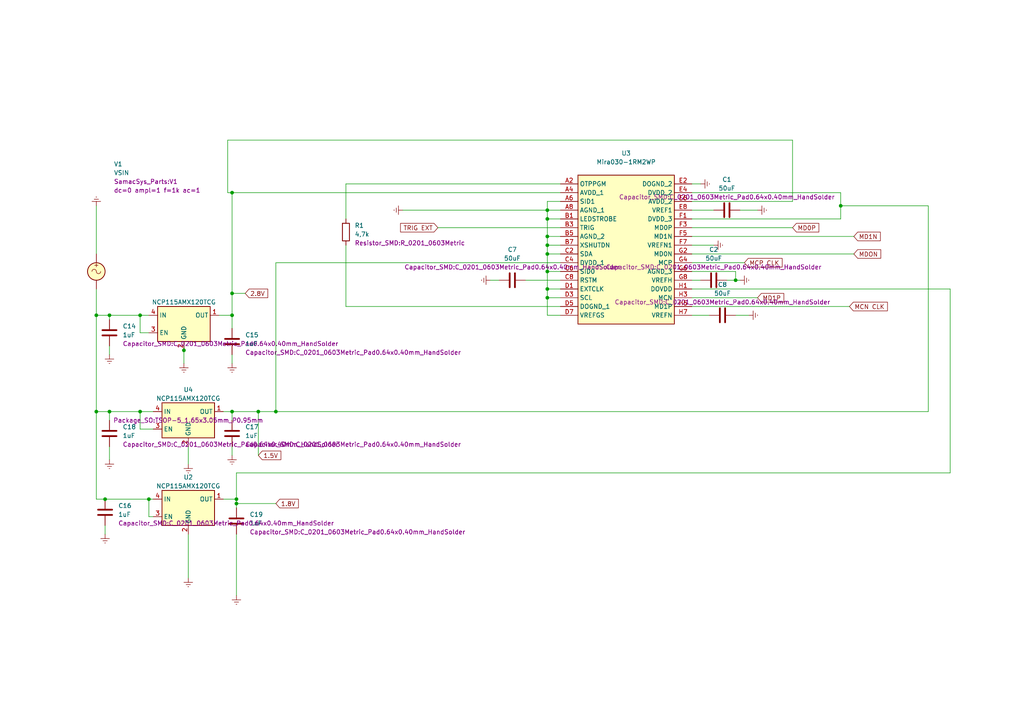
<source format=kicad_sch>
(kicad_sch (version 20230121) (generator eeschema)

  (uuid 195032ac-4a2a-4e7c-9711-0d0987f0dae3)

  (paper "A4")

  (lib_symbols
    (symbol "Device:C" (pin_numbers hide) (pin_names (offset 0.254)) (in_bom yes) (on_board yes)
      (property "Reference" "C" (at 0.635 2.54 0)
        (effects (font (size 1.27 1.27)) (justify left))
      )
      (property "Value" "C" (at 0.635 -2.54 0)
        (effects (font (size 1.27 1.27)) (justify left))
      )
      (property "Footprint" "" (at 0.9652 -3.81 0)
        (effects (font (size 1.27 1.27)) hide)
      )
      (property "Datasheet" "~" (at 0 0 0)
        (effects (font (size 1.27 1.27)) hide)
      )
      (property "ki_keywords" "cap capacitor" (at 0 0 0)
        (effects (font (size 1.27 1.27)) hide)
      )
      (property "ki_description" "Unpolarized capacitor" (at 0 0 0)
        (effects (font (size 1.27 1.27)) hide)
      )
      (property "ki_fp_filters" "C_*" (at 0 0 0)
        (effects (font (size 1.27 1.27)) hide)
      )
      (symbol "C_0_1"
        (polyline
          (pts
            (xy -2.032 -0.762)
            (xy 2.032 -0.762)
          )
          (stroke (width 0.508) (type default))
          (fill (type none))
        )
        (polyline
          (pts
            (xy -2.032 0.762)
            (xy 2.032 0.762)
          )
          (stroke (width 0.508) (type default))
          (fill (type none))
        )
      )
      (symbol "C_1_1"
        (pin passive line (at 0 3.81 270) (length 2.794)
          (name "~" (effects (font (size 1.27 1.27))))
          (number "1" (effects (font (size 1.27 1.27))))
        )
        (pin passive line (at 0 -3.81 90) (length 2.794)
          (name "~" (effects (font (size 1.27 1.27))))
          (number "2" (effects (font (size 1.27 1.27))))
        )
      )
    )
    (symbol "Device:R" (pin_numbers hide) (pin_names (offset 0)) (in_bom yes) (on_board yes)
      (property "Reference" "R" (at 2.032 0 90)
        (effects (font (size 1.27 1.27)))
      )
      (property "Value" "R" (at 0 0 90)
        (effects (font (size 1.27 1.27)))
      )
      (property "Footprint" "" (at -1.778 0 90)
        (effects (font (size 1.27 1.27)) hide)
      )
      (property "Datasheet" "~" (at 0 0 0)
        (effects (font (size 1.27 1.27)) hide)
      )
      (property "ki_keywords" "R res resistor" (at 0 0 0)
        (effects (font (size 1.27 1.27)) hide)
      )
      (property "ki_description" "Resistor" (at 0 0 0)
        (effects (font (size 1.27 1.27)) hide)
      )
      (property "ki_fp_filters" "R_*" (at 0 0 0)
        (effects (font (size 1.27 1.27)) hide)
      )
      (symbol "R_0_1"
        (rectangle (start -1.016 -2.54) (end 1.016 2.54)
          (stroke (width 0.254) (type default))
          (fill (type none))
        )
      )
      (symbol "R_1_1"
        (pin passive line (at 0 3.81 270) (length 1.27)
          (name "~" (effects (font (size 1.27 1.27))))
          (number "1" (effects (font (size 1.27 1.27))))
        )
        (pin passive line (at 0 -3.81 90) (length 1.27)
          (name "~" (effects (font (size 1.27 1.27))))
          (number "2" (effects (font (size 1.27 1.27))))
        )
      )
    )
    (symbol "Regulator_Linear:NCP115AMX120TCG" (in_bom yes) (on_board yes)
      (property "Reference" "U" (at 2.54 10.16 0)
        (effects (font (size 1.27 1.27)))
      )
      (property "Value" "NCP115AMX120TCG" (at 10.16 7.62 0)
        (effects (font (size 1.27 1.27)))
      )
      (property "Footprint" "Package_DFN_QFN:OnSemi_XDFN4-1EP_1.0x1.0mm_EP0.52x0.52mm" (at 0 0 0)
        (effects (font (size 1.27 1.27)) hide)
      )
      (property "Datasheet" "https://www.onsemi.com/pub/Collateral/NCP115-D.PDF" (at 0 0 0)
        (effects (font (size 1.27 1.27)) hide)
      )
      (property "ki_keywords" "Single Output LDO" (at 0 0 0)
        (effects (font (size 1.27 1.27)) hide)
      )
      (property "ki_description" "300mA Low-Dropout Linear Regulators, 1.2V output voltage, LDO with low noise and enable pin, XDFN-4" (at 0 0 0)
        (effects (font (size 1.27 1.27)) hide)
      )
      (property "ki_fp_filters" "OnSemi*XDFN4*1EP*1.0x1.0mm*" (at 0 0 0)
        (effects (font (size 1.27 1.27)) hide)
      )
      (symbol "NCP115AMX120TCG_0_1"
        (rectangle (start -7.62 5.08) (end 7.62 -5.08)
          (stroke (width 0.254) (type default))
          (fill (type background))
        )
      )
      (symbol "NCP115AMX120TCG_1_1"
        (pin power_out line (at 10.16 2.54 180) (length 2.54)
          (name "OUT" (effects (font (size 1.27 1.27))))
          (number "1" (effects (font (size 1.27 1.27))))
        )
        (pin power_in line (at 0 -7.62 90) (length 2.54)
          (name "GND" (effects (font (size 1.27 1.27))))
          (number "2" (effects (font (size 1.27 1.27))))
        )
        (pin input line (at -10.16 -2.54 0) (length 2.54)
          (name "EN" (effects (font (size 1.27 1.27))))
          (number "3" (effects (font (size 1.27 1.27))))
        )
        (pin power_in line (at -10.16 2.54 0) (length 2.54)
          (name "IN" (effects (font (size 1.27 1.27))))
          (number "4" (effects (font (size 1.27 1.27))))
        )
        (pin passive line (at 0 -7.62 90) (length 2.54) hide
          (name "GND" (effects (font (size 1.27 1.27))))
          (number "5" (effects (font (size 1.27 1.27))))
        )
      )
    )
    (symbol "SamacSys_Parts:Mira030-1RM2WP" (in_bom yes) (on_board yes)
      (property "Reference" "U" (at 34.29 7.62 0)
        (effects (font (size 1.27 1.27)) (justify left top))
      )
      (property "Value" "Mira030-1RM2WP" (at 34.29 5.08 0)
        (effects (font (size 1.27 1.27)) (justify left top))
      )
      (property "Footprint" "Mira0301RM2WP" (at 34.29 -94.92 0)
        (effects (font (size 1.27 1.27)) (justify left top) hide)
      )
      (property "Datasheet" "https://ams.com/documents/20143/5388553/Mira030_DS001021_2-00.pdf" (at 34.29 -194.92 0)
        (effects (font (size 1.27 1.27)) (justify left top) hide)
      )
      (property "Height" "0.82" (at 34.29 -394.92 0)
        (effects (font (size 1.27 1.27)) (justify left top) hide)
      )
      (property "Manufacturer_Name" "OSRAM" (at 34.29 -494.92 0)
        (effects (font (size 1.27 1.27)) (justify left top) hide)
      )
      (property "Manufacturer_Part_Number" "Mira030-1RM2WP" (at 34.29 -594.92 0)
        (effects (font (size 1.27 1.27)) (justify left top) hide)
      )
      (property "Mouser Part Number" "985-MIRA030-1RM2WP" (at 34.29 -694.92 0)
        (effects (font (size 1.27 1.27)) (justify left top) hide)
      )
      (property "Mouser Price/Stock" "https://www.mouser.co.uk/ProductDetail/ams-OSRAM/Mira030-1RM2WP?qs=QNEnbhJQKvZ1K%2FLx%252B5dd4w%3D%3D" (at 34.29 -794.92 0)
        (effects (font (size 1.27 1.27)) (justify left top) hide)
      )
      (property "Arrow Part Number" "" (at 34.29 -894.92 0)
        (effects (font (size 1.27 1.27)) (justify left top) hide)
      )
      (property "Arrow Price/Stock" "" (at 34.29 -994.92 0)
        (effects (font (size 1.27 1.27)) (justify left top) hide)
      )
      (property "ki_description" "CMOS Image Sensor 640H x 480V 3.744m x 3.744m 32-CSP (3.70x3.07)" (at 0 0 0)
        (effects (font (size 1.27 1.27)) hide)
      )
      (symbol "Mira030-1RM2WP_1_1"
        (rectangle (start 5.08 2.54) (end 33.02 -40.64)
          (stroke (width 0.254) (type default))
          (fill (type background))
        )
        (pin passive line (at 0 0 0) (length 5.08)
          (name "OTPPGM" (effects (font (size 1.27 1.27))))
          (number "A2" (effects (font (size 1.27 1.27))))
        )
        (pin passive line (at 0 -2.54 0) (length 5.08)
          (name "AVDD_1" (effects (font (size 1.27 1.27))))
          (number "A4" (effects (font (size 1.27 1.27))))
        )
        (pin passive line (at 0 -5.08 0) (length 5.08)
          (name "SID1" (effects (font (size 1.27 1.27))))
          (number "A6" (effects (font (size 1.27 1.27))))
        )
        (pin passive line (at 0 -7.62 0) (length 5.08)
          (name "AGND_1" (effects (font (size 1.27 1.27))))
          (number "A8" (effects (font (size 1.27 1.27))))
        )
        (pin passive line (at 0 -10.16 0) (length 5.08)
          (name "LEDSTROBE" (effects (font (size 1.27 1.27))))
          (number "B1" (effects (font (size 1.27 1.27))))
        )
        (pin passive line (at 0 -12.7 0) (length 5.08)
          (name "TRIG" (effects (font (size 1.27 1.27))))
          (number "B3" (effects (font (size 1.27 1.27))))
        )
        (pin passive line (at 0 -15.24 0) (length 5.08)
          (name "AGND_2" (effects (font (size 1.27 1.27))))
          (number "B5" (effects (font (size 1.27 1.27))))
        )
        (pin passive line (at 0 -17.78 0) (length 5.08)
          (name "XSHUTDN" (effects (font (size 1.27 1.27))))
          (number "B7" (effects (font (size 1.27 1.27))))
        )
        (pin passive line (at 0 -20.32 0) (length 5.08)
          (name "SDA" (effects (font (size 1.27 1.27))))
          (number "C2" (effects (font (size 1.27 1.27))))
        )
        (pin passive line (at 0 -22.86 0) (length 5.08)
          (name "DVDD_1" (effects (font (size 1.27 1.27))))
          (number "C4" (effects (font (size 1.27 1.27))))
        )
        (pin passive line (at 0 -25.4 0) (length 5.08)
          (name "SID0" (effects (font (size 1.27 1.27))))
          (number "C6" (effects (font (size 1.27 1.27))))
        )
        (pin passive line (at 0 -27.94 0) (length 5.08)
          (name "RSTM" (effects (font (size 1.27 1.27))))
          (number "C8" (effects (font (size 1.27 1.27))))
        )
        (pin passive line (at 0 -30.48 0) (length 5.08)
          (name "EXTCLK" (effects (font (size 1.27 1.27))))
          (number "D1" (effects (font (size 1.27 1.27))))
        )
        (pin passive line (at 0 -33.02 0) (length 5.08)
          (name "SCL" (effects (font (size 1.27 1.27))))
          (number "D3" (effects (font (size 1.27 1.27))))
        )
        (pin passive line (at 0 -35.56 0) (length 5.08)
          (name "DOGND_1" (effects (font (size 1.27 1.27))))
          (number "D5" (effects (font (size 1.27 1.27))))
        )
        (pin passive line (at 0 -38.1 0) (length 5.08)
          (name "VREFGS" (effects (font (size 1.27 1.27))))
          (number "D7" (effects (font (size 1.27 1.27))))
        )
        (pin passive line (at 38.1 0 180) (length 5.08)
          (name "DOGND_2" (effects (font (size 1.27 1.27))))
          (number "E2" (effects (font (size 1.27 1.27))))
        )
        (pin passive line (at 38.1 -2.54 180) (length 5.08)
          (name "DVDD_2" (effects (font (size 1.27 1.27))))
          (number "E4" (effects (font (size 1.27 1.27))))
        )
        (pin passive line (at 38.1 -5.08 180) (length 5.08)
          (name "AVDD_2" (effects (font (size 1.27 1.27))))
          (number "E6" (effects (font (size 1.27 1.27))))
        )
        (pin passive line (at 38.1 -7.62 180) (length 5.08)
          (name "VREF1" (effects (font (size 1.27 1.27))))
          (number "E8" (effects (font (size 1.27 1.27))))
        )
        (pin passive line (at 38.1 -10.16 180) (length 5.08)
          (name "DVDD_3" (effects (font (size 1.27 1.27))))
          (number "F1" (effects (font (size 1.27 1.27))))
        )
        (pin passive line (at 38.1 -12.7 180) (length 5.08)
          (name "MD0P" (effects (font (size 1.27 1.27))))
          (number "F3" (effects (font (size 1.27 1.27))))
        )
        (pin passive line (at 38.1 -15.24 180) (length 5.08)
          (name "MD1N" (effects (font (size 1.27 1.27))))
          (number "F5" (effects (font (size 1.27 1.27))))
        )
        (pin passive line (at 38.1 -17.78 180) (length 5.08)
          (name "VREFN1" (effects (font (size 1.27 1.27))))
          (number "F7" (effects (font (size 1.27 1.27))))
        )
        (pin passive line (at 38.1 -20.32 180) (length 5.08)
          (name "MD0N" (effects (font (size 1.27 1.27))))
          (number "G2" (effects (font (size 1.27 1.27))))
        )
        (pin passive line (at 38.1 -22.86 180) (length 5.08)
          (name "MCP" (effects (font (size 1.27 1.27))))
          (number "G4" (effects (font (size 1.27 1.27))))
        )
        (pin passive line (at 38.1 -25.4 180) (length 5.08)
          (name "AGND_3" (effects (font (size 1.27 1.27))))
          (number "G6" (effects (font (size 1.27 1.27))))
        )
        (pin passive line (at 38.1 -27.94 180) (length 5.08)
          (name "VREFH" (effects (font (size 1.27 1.27))))
          (number "G8" (effects (font (size 1.27 1.27))))
        )
        (pin passive line (at 38.1 -30.48 180) (length 5.08)
          (name "DOVDD" (effects (font (size 1.27 1.27))))
          (number "H1" (effects (font (size 1.27 1.27))))
        )
        (pin passive line (at 38.1 -33.02 180) (length 5.08)
          (name "MCN" (effects (font (size 1.27 1.27))))
          (number "H3" (effects (font (size 1.27 1.27))))
        )
        (pin passive line (at 38.1 -35.56 180) (length 5.08)
          (name "MD1P" (effects (font (size 1.27 1.27))))
          (number "H5" (effects (font (size 1.27 1.27))))
        )
        (pin passive line (at 38.1 -38.1 180) (length 5.08)
          (name "VREFN" (effects (font (size 1.27 1.27))))
          (number "H7" (effects (font (size 1.27 1.27))))
        )
      )
    )
    (symbol "Simulation_SPICE:VSIN" (pin_numbers hide) (pin_names (offset 0.0254)) (in_bom yes) (on_board yes)
      (property "Reference" "V" (at 2.54 2.54 0)
        (effects (font (size 1.27 1.27)) (justify left))
      )
      (property "Value" "VSIN" (at 2.54 0 0)
        (effects (font (size 1.27 1.27)) (justify left))
      )
      (property "Footprint" "" (at 0 0 0)
        (effects (font (size 1.27 1.27)) hide)
      )
      (property "Datasheet" "~" (at 0 0 0)
        (effects (font (size 1.27 1.27)) hide)
      )
      (property "Sim.Pins" "1=+ 2=-" (at 0 0 0)
        (effects (font (size 1.27 1.27)) hide)
      )
      (property "Sim.Params" "dc=0 ampl=1 f=1k ac=1" (at 2.54 -2.54 0)
        (effects (font (size 1.27 1.27)) (justify left))
      )
      (property "Sim.Type" "SIN" (at 0 0 0)
        (effects (font (size 1.27 1.27)) hide)
      )
      (property "Sim.Device" "V" (at 0 0 0)
        (effects (font (size 1.27 1.27)) (justify left) hide)
      )
      (property "ki_keywords" "simulation ac vac" (at 0 0 0)
        (effects (font (size 1.27 1.27)) hide)
      )
      (property "ki_description" "Voltage source, sinusoidal" (at 0 0 0)
        (effects (font (size 1.27 1.27)) hide)
      )
      (symbol "VSIN_0_0"
        (arc (start 0 0) (mid -0.635 0.6323) (end -1.27 0)
          (stroke (width 0) (type default))
          (fill (type none))
        )
        (arc (start 0 0) (mid 0.635 -0.6323) (end 1.27 0)
          (stroke (width 0) (type default))
          (fill (type none))
        )
        (text "+" (at 0 1.905 0)
          (effects (font (size 1.27 1.27)))
        )
      )
      (symbol "VSIN_0_1"
        (circle (center 0 0) (radius 2.54)
          (stroke (width 0.254) (type default))
          (fill (type background))
        )
      )
      (symbol "VSIN_1_1"
        (pin passive line (at 0 5.08 270) (length 2.54)
          (name "~" (effects (font (size 1.27 1.27))))
          (number "1" (effects (font (size 1.27 1.27))))
        )
        (pin passive line (at 0 -5.08 90) (length 2.54)
          (name "~" (effects (font (size 1.27 1.27))))
          (number "2" (effects (font (size 1.27 1.27))))
        )
      )
    )
    (symbol "power:Earth" (power) (pin_names (offset 0)) (in_bom yes) (on_board yes)
      (property "Reference" "#PWR" (at 0 -6.35 0)
        (effects (font (size 1.27 1.27)) hide)
      )
      (property "Value" "Earth" (at 0 -3.81 0)
        (effects (font (size 1.27 1.27)) hide)
      )
      (property "Footprint" "" (at 0 0 0)
        (effects (font (size 1.27 1.27)) hide)
      )
      (property "Datasheet" "~" (at 0 0 0)
        (effects (font (size 1.27 1.27)) hide)
      )
      (property "ki_keywords" "global ground gnd" (at 0 0 0)
        (effects (font (size 1.27 1.27)) hide)
      )
      (property "ki_description" "Power symbol creates a global label with name \"Earth\"" (at 0 0 0)
        (effects (font (size 1.27 1.27)) hide)
      )
      (symbol "Earth_0_1"
        (polyline
          (pts
            (xy -0.635 -1.905)
            (xy 0.635 -1.905)
          )
          (stroke (width 0) (type default))
          (fill (type none))
        )
        (polyline
          (pts
            (xy -0.127 -2.54)
            (xy 0.127 -2.54)
          )
          (stroke (width 0) (type default))
          (fill (type none))
        )
        (polyline
          (pts
            (xy 0 -1.27)
            (xy 0 0)
          )
          (stroke (width 0) (type default))
          (fill (type none))
        )
        (polyline
          (pts
            (xy 1.27 -1.27)
            (xy -1.27 -1.27)
          )
          (stroke (width 0) (type default))
          (fill (type none))
        )
      )
      (symbol "Earth_1_1"
        (pin power_in line (at 0 0 270) (length 0) hide
          (name "Earth" (effects (font (size 1.27 1.27))))
          (number "1" (effects (font (size 1.27 1.27))))
        )
      )
    )
  )

  (junction (at 74.93 119.38) (diameter 0) (color 0 0 0 0)
    (uuid 015ff19d-6249-42eb-b257-660a9f25e212)
  )
  (junction (at 27.94 91.44) (diameter 0) (color 0 0 0 0)
    (uuid 0442953b-6e8d-440c-80eb-b9764db56e71)
  )
  (junction (at 68.58 144.78) (diameter 0) (color 0 0 0 0)
    (uuid 0ec22676-0367-4d20-af11-611f5407f1ec)
  )
  (junction (at 158.75 63.5) (diameter 0) (color 0 0 0 0)
    (uuid 0ffde63a-676e-4b74-a346-442dc110839a)
  )
  (junction (at 158.75 68.58) (diameter 0) (color 0 0 0 0)
    (uuid 1b89d258-f5d9-4af0-b332-0f1852e2da15)
  )
  (junction (at 67.31 55.88) (diameter 0) (color 0 0 0 0)
    (uuid 1cc2d008-8b38-4d0c-b1fb-9dedbe258c20)
  )
  (junction (at 158.75 78.74) (diameter 0) (color 0 0 0 0)
    (uuid 1ea0b4a6-e70f-4c3c-8d88-e9b910004df3)
  )
  (junction (at 158.75 73.66) (diameter 0) (color 0 0 0 0)
    (uuid 2f3b6096-ff35-46d5-b7fd-48b97ac50503)
  )
  (junction (at 31.75 91.44) (diameter 0) (color 0 0 0 0)
    (uuid 3db13e74-0100-47f8-b074-04f1cf58b43e)
  )
  (junction (at 158.75 83.82) (diameter 0) (color 0 0 0 0)
    (uuid 4747c27b-64f5-433f-b728-867c51749376)
  )
  (junction (at 68.58 146.05) (diameter 0) (color 0 0 0 0)
    (uuid 4b00b234-f5b4-47e8-98f8-cd9a71710ac7)
  )
  (junction (at 243.84 59.69) (diameter 0) (color 0 0 0 0)
    (uuid 5f73dd4e-9daf-457c-afa9-246a0ed5043b)
  )
  (junction (at 40.64 119.38) (diameter 0) (color 0 0 0 0)
    (uuid 75e92c75-c23e-4e3c-8ff9-45192e2f2ec4)
  )
  (junction (at 53.34 101.6) (diameter 0) (color 0 0 0 0)
    (uuid 77030b28-83ce-4124-b9c6-daa9eeb04031)
  )
  (junction (at 30.48 144.78) (diameter 0) (color 0 0 0 0)
    (uuid 7b3cc7dc-d3aa-4981-b97f-5af6574b24e0)
  )
  (junction (at 67.31 91.44) (diameter 0) (color 0 0 0 0)
    (uuid 7bf5ac35-80e8-4c11-b37c-5ae95f9c7ea0)
  )
  (junction (at 67.31 85.09) (diameter 0) (color 0 0 0 0)
    (uuid 83cc000e-f479-442b-a03b-a0fe88044f16)
  )
  (junction (at 40.64 91.44) (diameter 0) (color 0 0 0 0)
    (uuid 96e39c51-e3b7-439d-bff7-1d973eaa1279)
  )
  (junction (at 158.75 86.36) (diameter 0) (color 0 0 0 0)
    (uuid b5d9908e-20f3-4480-b5d0-eba547d29d48)
  )
  (junction (at 213.36 81.28) (diameter 0) (color 0 0 0 0)
    (uuid c260e5ce-6462-4369-9e57-9988854e9c3f)
  )
  (junction (at 158.75 71.12) (diameter 0) (color 0 0 0 0)
    (uuid cbb09da7-a1d7-4647-9d5f-a30213b86a61)
  )
  (junction (at 67.31 119.38) (diameter 0) (color 0 0 0 0)
    (uuid cc2df82a-3ca8-4f43-aab1-101ab3610a1f)
  )
  (junction (at 31.75 119.38) (diameter 0) (color 0 0 0 0)
    (uuid cd834512-86a2-4d74-a0c0-abbc65ceb0fc)
  )
  (junction (at 158.75 60.96) (diameter 0) (color 0 0 0 0)
    (uuid cfdb6f73-3a69-4fe1-aad4-eb6e318bcc0e)
  )
  (junction (at 43.18 144.78) (diameter 0) (color 0 0 0 0)
    (uuid d40306aa-8630-4ffe-82de-61972ff1ad05)
  )
  (junction (at 80.01 119.38) (diameter 0) (color 0 0 0 0)
    (uuid da65436d-8da4-400a-834b-0781dd397dcc)
  )
  (junction (at 27.94 119.38) (diameter 0) (color 0 0 0 0)
    (uuid f37c0690-6c97-42be-b10d-f4af45c0c993)
  )

  (wire (pts (xy 162.56 91.44) (xy 158.75 91.44))
    (stroke (width 0) (type default))
    (uuid 010c1a75-b305-4724-a5d6-1b9f43e8acf1)
  )
  (wire (pts (xy 74.93 119.38) (xy 67.31 119.38))
    (stroke (width 0) (type default))
    (uuid 02703762-95a0-4fef-bbd2-8469827fec95)
  )
  (wire (pts (xy 162.56 76.2) (xy 80.01 76.2))
    (stroke (width 0) (type default))
    (uuid 038acc68-8cda-4398-a207-9b6447244f6c)
  )
  (wire (pts (xy 27.94 83.82) (xy 27.94 91.44))
    (stroke (width 0) (type default))
    (uuid 04847d9d-5cd6-48c9-964b-33697d888c6b)
  )
  (wire (pts (xy 54.61 154.94) (xy 54.61 167.64))
    (stroke (width 0) (type default))
    (uuid 05301109-4359-4256-8f06-6ebec0b254e3)
  )
  (wire (pts (xy 158.75 73.66) (xy 158.75 71.12))
    (stroke (width 0) (type default))
    (uuid 09752356-8513-44c4-a39c-06d1a17805b8)
  )
  (wire (pts (xy 68.58 144.78) (xy 64.77 144.78))
    (stroke (width 0) (type default))
    (uuid 0a5a6d18-2226-4abe-93bb-6a67dc0fb4c8)
  )
  (wire (pts (xy 80.01 119.38) (xy 269.24 119.38))
    (stroke (width 0) (type default))
    (uuid 0f6f1c5a-9e7b-4238-9131-fd6b8a8ebb5f)
  )
  (wire (pts (xy 213.36 81.28) (xy 214.63 81.28))
    (stroke (width 0) (type default))
    (uuid 10d75f99-3b2a-4d21-83a8-47a0da872025)
  )
  (wire (pts (xy 67.31 105.41) (xy 67.31 102.87))
    (stroke (width 0) (type default))
    (uuid 132768ab-2b5d-429f-bef3-8364396d0faa)
  )
  (wire (pts (xy 116.84 60.96) (xy 158.75 60.96))
    (stroke (width 0) (type default))
    (uuid 1588f364-0685-4ab2-85e4-b961face46ec)
  )
  (wire (pts (xy 200.66 76.2) (xy 215.9 76.2))
    (stroke (width 0) (type default))
    (uuid 1641184f-8d14-420c-8f71-9757e798705c)
  )
  (wire (pts (xy 68.58 146.05) (xy 68.58 147.32))
    (stroke (width 0) (type default))
    (uuid 1e06b125-2a5d-4116-ac49-10adf9686404)
  )
  (wire (pts (xy 200.66 55.88) (xy 243.84 55.88))
    (stroke (width 0) (type default))
    (uuid 1e763bff-e9e5-452f-b4fe-c2a3fa6ceb2a)
  )
  (wire (pts (xy 67.31 91.44) (xy 63.5 91.44))
    (stroke (width 0) (type default))
    (uuid 260afe3f-a998-45a1-bae5-83e1a47f0806)
  )
  (wire (pts (xy 27.94 119.38) (xy 31.75 119.38))
    (stroke (width 0) (type default))
    (uuid 26537602-a7c8-4ecf-b674-97732a5c2f1f)
  )
  (wire (pts (xy 158.75 91.44) (xy 158.75 86.36))
    (stroke (width 0) (type default))
    (uuid 283a1c3b-e437-48aa-a2c8-6f87f3ece67e)
  )
  (wire (pts (xy 80.01 76.2) (xy 80.01 119.38))
    (stroke (width 0) (type default))
    (uuid 2c0eeaf9-5011-4c6f-af32-831ebe176a5e)
  )
  (wire (pts (xy 67.31 55.88) (xy 67.31 85.09))
    (stroke (width 0) (type default))
    (uuid 312dec03-046e-4ba0-bcb8-c739eb8a0155)
  )
  (wire (pts (xy 229.87 58.42) (xy 229.87 40.64))
    (stroke (width 0) (type default))
    (uuid 363dd2a1-5832-4e63-b416-79da5d175b37)
  )
  (wire (pts (xy 67.31 121.92) (xy 67.31 119.38))
    (stroke (width 0) (type default))
    (uuid 36804e48-6f8d-4963-a5af-21af3de812a4)
  )
  (wire (pts (xy 27.94 144.78) (xy 30.48 144.78))
    (stroke (width 0) (type default))
    (uuid 36bc35ef-bd99-46fc-8ed6-684fd9fed6ee)
  )
  (wire (pts (xy 213.36 78.74) (xy 213.36 81.28))
    (stroke (width 0) (type default))
    (uuid 372694d5-2ed7-4049-a029-02326ace87ff)
  )
  (wire (pts (xy 31.75 91.44) (xy 31.75 92.71))
    (stroke (width 0) (type default))
    (uuid 39b83ad9-413a-4889-a37e-5f39c5424528)
  )
  (wire (pts (xy 200.66 73.66) (xy 247.65 73.66))
    (stroke (width 0) (type default))
    (uuid 39beec4a-2467-4590-8c73-d0fba29942e9)
  )
  (wire (pts (xy 200.66 68.58) (xy 247.65 68.58))
    (stroke (width 0) (type default))
    (uuid 3a44ce43-90b7-495b-9e8b-a39db9cba557)
  )
  (wire (pts (xy 200.66 71.12) (xy 207.01 71.12))
    (stroke (width 0) (type default))
    (uuid 3d93a786-990a-4bab-b12c-644b5e6db245)
  )
  (wire (pts (xy 67.31 85.09) (xy 71.12 85.09))
    (stroke (width 0) (type default))
    (uuid 3dd322f6-b9a5-4e38-95fb-6ef454c79670)
  )
  (wire (pts (xy 31.75 119.38) (xy 40.64 119.38))
    (stroke (width 0) (type default))
    (uuid 3f69c57b-502e-418a-9f6c-6f0a3d4e01dd)
  )
  (wire (pts (xy 43.18 96.52) (xy 40.64 96.52))
    (stroke (width 0) (type default))
    (uuid 41ba8e46-099d-4497-babe-f3ff9cff56f1)
  )
  (wire (pts (xy 200.66 88.9) (xy 246.38 88.9))
    (stroke (width 0) (type default))
    (uuid 42c9e2dd-b422-4491-be64-ad24098cadff)
  )
  (wire (pts (xy 162.56 58.42) (xy 158.75 58.42))
    (stroke (width 0) (type default))
    (uuid 46d7b651-de0c-4827-a088-ffb1620a1f82)
  )
  (wire (pts (xy 158.75 63.5) (xy 158.75 60.96))
    (stroke (width 0) (type default))
    (uuid 4da01b9d-862e-484e-96c1-4cf31c14d26c)
  )
  (wire (pts (xy 275.59 83.82) (xy 275.59 137.16))
    (stroke (width 0) (type default))
    (uuid 52a43ba4-e5eb-4e08-bab4-c675982f007c)
  )
  (wire (pts (xy 30.48 144.78) (xy 43.18 144.78))
    (stroke (width 0) (type default))
    (uuid 52b3598c-19ae-49ed-bb18-c5144a271f6c)
  )
  (wire (pts (xy 44.45 124.46) (xy 40.64 124.46))
    (stroke (width 0) (type default))
    (uuid 5398dfc9-3f23-4ff4-bf82-74c88e6c5723)
  )
  (wire (pts (xy 31.75 100.33) (xy 31.75 102.87))
    (stroke (width 0) (type default))
    (uuid 5512bd7e-585a-484a-9497-39a89b4ff76c)
  )
  (wire (pts (xy 158.75 73.66) (xy 162.56 73.66))
    (stroke (width 0) (type default))
    (uuid 55a76e9b-4881-491e-9ae9-ea33d5e05cb2)
  )
  (wire (pts (xy 158.75 78.74) (xy 162.56 78.74))
    (stroke (width 0) (type default))
    (uuid 5791a6fe-9c9b-4420-a24f-a6f729c44c79)
  )
  (wire (pts (xy 54.61 129.54) (xy 54.61 134.62))
    (stroke (width 0) (type default))
    (uuid 5a5cdf1e-2ebe-418c-8b98-5e755607af9f)
  )
  (wire (pts (xy 43.18 144.78) (xy 44.45 144.78))
    (stroke (width 0) (type default))
    (uuid 5a6451d5-04df-47e3-9afe-402cebda22fd)
  )
  (wire (pts (xy 40.64 124.46) (xy 40.64 119.38))
    (stroke (width 0) (type default))
    (uuid 5beab520-87cc-4c05-bfbc-c733c4a8fadb)
  )
  (wire (pts (xy 127 66.04) (xy 162.56 66.04))
    (stroke (width 0) (type default))
    (uuid 6010c5ea-5c4f-48cc-a2b5-4e48f6ef5da8)
  )
  (wire (pts (xy 200.66 86.36) (xy 219.71 86.36))
    (stroke (width 0) (type default))
    (uuid 607c313e-ffc9-40f4-9790-00aadc8c8da6)
  )
  (wire (pts (xy 158.75 63.5) (xy 162.56 63.5))
    (stroke (width 0) (type default))
    (uuid 60cd871f-f10e-41c4-b29f-84b1656e6a53)
  )
  (wire (pts (xy 27.94 119.38) (xy 27.94 144.78))
    (stroke (width 0) (type default))
    (uuid 61a97d61-afc0-4f28-9bd6-944b3d850e40)
  )
  (wire (pts (xy 158.75 71.12) (xy 158.75 68.58))
    (stroke (width 0) (type default))
    (uuid 64e8a57f-a9e3-4d32-b0cf-d4bb1beb62d6)
  )
  (wire (pts (xy 68.58 154.94) (xy 68.58 172.72))
    (stroke (width 0) (type default))
    (uuid 66579f2b-239d-4b2c-ac9e-e56c7b044aa6)
  )
  (wire (pts (xy 275.59 137.16) (xy 68.58 137.16))
    (stroke (width 0) (type default))
    (uuid 683dc993-bfc4-45c0-a503-cef70b0208ba)
  )
  (wire (pts (xy 158.75 86.36) (xy 162.56 86.36))
    (stroke (width 0) (type default))
    (uuid 69759789-b211-433c-9d10-965636e7a5ff)
  )
  (wire (pts (xy 200.66 53.34) (xy 203.2 53.34))
    (stroke (width 0) (type default))
    (uuid 697b2d69-83be-4da4-93df-e6e74b9d7092)
  )
  (wire (pts (xy 67.31 129.54) (xy 67.31 132.08))
    (stroke (width 0) (type default))
    (uuid 6a50bac0-0497-48a1-a944-8fb6ef6d428d)
  )
  (wire (pts (xy 74.93 119.38) (xy 74.93 132.08))
    (stroke (width 0) (type default))
    (uuid 716cdd11-f5dc-400e-99b5-8dedc23c80b4)
  )
  (wire (pts (xy 162.56 53.34) (xy 100.33 53.34))
    (stroke (width 0) (type default))
    (uuid 744f87f0-9010-4947-a21a-361b7f31852a)
  )
  (wire (pts (xy 100.33 53.34) (xy 100.33 63.5))
    (stroke (width 0) (type default))
    (uuid 74a9fed7-920c-4ccd-b98d-17075c50e5b8)
  )
  (wire (pts (xy 68.58 144.78) (xy 68.58 146.05))
    (stroke (width 0) (type default))
    (uuid 75510b1a-bd07-494d-a3ce-dbada479845c)
  )
  (wire (pts (xy 100.33 88.9) (xy 162.56 88.9))
    (stroke (width 0) (type default))
    (uuid 7a1f8b43-570f-4983-8dba-dbeb3d99d02e)
  )
  (wire (pts (xy 158.75 78.74) (xy 158.75 73.66))
    (stroke (width 0) (type default))
    (uuid 8017203f-e60d-4a23-9426-7118c4b7dcd9)
  )
  (wire (pts (xy 158.75 83.82) (xy 162.56 83.82))
    (stroke (width 0) (type default))
    (uuid 803310a1-3bd0-4d43-b19a-c090170ecda6)
  )
  (wire (pts (xy 158.75 68.58) (xy 158.75 63.5))
    (stroke (width 0) (type default))
    (uuid 841426aa-ea69-42d0-83f5-51d69a965550)
  )
  (wire (pts (xy 158.75 58.42) (xy 158.75 60.96))
    (stroke (width 0) (type default))
    (uuid 86c1c9e2-ba60-4cc8-86dc-6249bb26cda2)
  )
  (wire (pts (xy 30.48 152.4) (xy 30.48 154.94))
    (stroke (width 0) (type default))
    (uuid 8797fa45-2450-4929-9114-498f5a2433fc)
  )
  (wire (pts (xy 200.66 78.74) (xy 213.36 78.74))
    (stroke (width 0) (type default))
    (uuid 890ee7a3-61b2-4439-ad73-e0b02c776065)
  )
  (wire (pts (xy 158.75 83.82) (xy 158.75 78.74))
    (stroke (width 0) (type default))
    (uuid 89d61dbc-70fa-4581-9865-c12cd1fdb218)
  )
  (wire (pts (xy 67.31 119.38) (xy 64.77 119.38))
    (stroke (width 0) (type default))
    (uuid 8cf061e5-44f0-47c8-9a4b-7908d4f803ad)
  )
  (wire (pts (xy 200.66 81.28) (xy 203.2 81.28))
    (stroke (width 0) (type default))
    (uuid 9a9712c3-9a35-4c58-b6d4-51c8c0d667be)
  )
  (wire (pts (xy 53.34 100.33) (xy 53.34 101.6))
    (stroke (width 0) (type default))
    (uuid 9c713b3a-a4f6-4869-9a81-dd9d39c9d1a1)
  )
  (wire (pts (xy 31.75 129.54) (xy 31.75 133.35))
    (stroke (width 0) (type default))
    (uuid 9ef84844-6fd3-4dad-8d65-449e0f6b1f45)
  )
  (wire (pts (xy 200.66 58.42) (xy 229.87 58.42))
    (stroke (width 0) (type default))
    (uuid a5f38cc5-868a-405f-99cb-b2d544f38dd4)
  )
  (wire (pts (xy 144.78 81.28) (xy 142.24 81.28))
    (stroke (width 0) (type default))
    (uuid abc16f4f-9e8d-4161-8953-bd151df8f8b4)
  )
  (wire (pts (xy 269.24 59.69) (xy 243.84 59.69))
    (stroke (width 0) (type default))
    (uuid ac588389-03e5-4e6a-9637-fa49a45e74d3)
  )
  (wire (pts (xy 100.33 71.12) (xy 100.33 88.9))
    (stroke (width 0) (type default))
    (uuid b2ad3091-ee37-4d20-9ffa-526f3f370e9e)
  )
  (wire (pts (xy 66.04 40.64) (xy 66.04 55.88))
    (stroke (width 0) (type default))
    (uuid b4ba8615-0290-43a4-ad2a-aa41d4a0927a)
  )
  (wire (pts (xy 67.31 55.88) (xy 66.04 55.88))
    (stroke (width 0) (type default))
    (uuid b4d71b89-0014-4047-b999-110c3e064e04)
  )
  (wire (pts (xy 27.94 91.44) (xy 31.75 91.44))
    (stroke (width 0) (type default))
    (uuid b563aa74-3cb4-437f-912e-8a1107882e3e)
  )
  (wire (pts (xy 158.75 86.36) (xy 158.75 83.82))
    (stroke (width 0) (type default))
    (uuid b66bcd51-f947-4afa-a7ef-3d98aec79131)
  )
  (wire (pts (xy 27.94 59.69) (xy 27.94 73.66))
    (stroke (width 0) (type default))
    (uuid b7d8f289-f6eb-4c72-93ce-5137214e3dd7)
  )
  (wire (pts (xy 229.87 40.64) (xy 66.04 40.64))
    (stroke (width 0) (type default))
    (uuid c0aa4a94-924e-42ad-95aa-6c810295bcaa)
  )
  (wire (pts (xy 53.34 101.6) (xy 53.34 105.41))
    (stroke (width 0) (type default))
    (uuid c0afc97d-0397-48ec-9496-b9e51905617a)
  )
  (wire (pts (xy 200.66 91.44) (xy 205.74 91.44))
    (stroke (width 0) (type default))
    (uuid c1ca7af4-cfe0-4c6d-af1c-7497b8167215)
  )
  (wire (pts (xy 210.82 81.28) (xy 213.36 81.28))
    (stroke (width 0) (type default))
    (uuid c2553e2f-7346-44b3-917c-4d430f88ba57)
  )
  (wire (pts (xy 80.01 119.38) (xy 74.93 119.38))
    (stroke (width 0) (type default))
    (uuid c6002bc1-1a7b-4b06-a9f9-38d3c37b3062)
  )
  (wire (pts (xy 80.01 146.05) (xy 68.58 146.05))
    (stroke (width 0) (type default))
    (uuid c9a5d028-2684-47bc-bfac-217adba9d91f)
  )
  (wire (pts (xy 31.75 91.44) (xy 40.64 91.44))
    (stroke (width 0) (type default))
    (uuid cab8758f-c4e2-4a60-898c-2be3f95a721e)
  )
  (wire (pts (xy 40.64 96.52) (xy 40.64 91.44))
    (stroke (width 0) (type default))
    (uuid cb735685-7960-4949-b81d-8897a4db4233)
  )
  (wire (pts (xy 40.64 119.38) (xy 44.45 119.38))
    (stroke (width 0) (type default))
    (uuid cba15881-17cb-4620-a704-3f15ea819b0d)
  )
  (wire (pts (xy 27.94 91.44) (xy 27.94 119.38))
    (stroke (width 0) (type default))
    (uuid cc9ba45d-32bd-49fd-a097-5a9690d4f703)
  )
  (wire (pts (xy 243.84 55.88) (xy 243.84 59.69))
    (stroke (width 0) (type default))
    (uuid ce5ec424-f12e-46aa-b131-5f7e815ea249)
  )
  (wire (pts (xy 269.24 119.38) (xy 269.24 59.69))
    (stroke (width 0) (type default))
    (uuid ce6fc88d-5925-4353-bcca-100ac8ca1657)
  )
  (wire (pts (xy 44.45 149.86) (xy 43.18 149.86))
    (stroke (width 0) (type default))
    (uuid d0e227a3-a5d1-4212-868d-a1aac17c8347)
  )
  (wire (pts (xy 40.64 91.44) (xy 43.18 91.44))
    (stroke (width 0) (type default))
    (uuid d5a88688-3d95-4efa-9ade-cec8738e5f3c)
  )
  (wire (pts (xy 31.75 119.38) (xy 31.75 121.92))
    (stroke (width 0) (type default))
    (uuid db946c1e-d968-4c61-8e2a-3eaf8d8e85c2)
  )
  (wire (pts (xy 214.63 60.96) (xy 219.71 60.96))
    (stroke (width 0) (type default))
    (uuid dc0da637-f1b9-49f2-afcb-004771a7edd1)
  )
  (wire (pts (xy 162.56 55.88) (xy 67.31 55.88))
    (stroke (width 0) (type default))
    (uuid dc1be9cc-3351-47c9-9869-c4984150d393)
  )
  (wire (pts (xy 68.58 137.16) (xy 68.58 144.78))
    (stroke (width 0) (type default))
    (uuid e4780212-3443-44d1-af81-bd5e97a42c1a)
  )
  (wire (pts (xy 200.66 60.96) (xy 207.01 60.96))
    (stroke (width 0) (type default))
    (uuid e55b49e7-d2f9-44c3-a9be-d5961704f83b)
  )
  (wire (pts (xy 67.31 85.09) (xy 67.31 91.44))
    (stroke (width 0) (type default))
    (uuid e7b8566f-62fb-4485-bca1-1786cf831632)
  )
  (wire (pts (xy 158.75 60.96) (xy 162.56 60.96))
    (stroke (width 0) (type default))
    (uuid e8f194e8-2fc4-49cd-b2d3-57a466cc0b2f)
  )
  (wire (pts (xy 200.66 63.5) (xy 243.84 63.5))
    (stroke (width 0) (type default))
    (uuid e9b60e39-936e-42d4-b979-cfcff7f3ae6f)
  )
  (wire (pts (xy 200.66 66.04) (xy 229.87 66.04))
    (stroke (width 0) (type default))
    (uuid eab8e97f-42e8-420f-9228-e9ef89e204c6)
  )
  (wire (pts (xy 243.84 59.69) (xy 243.84 63.5))
    (stroke (width 0) (type default))
    (uuid ef593870-65be-4134-b867-af05a857c7f0)
  )
  (wire (pts (xy 43.18 149.86) (xy 43.18 144.78))
    (stroke (width 0) (type default))
    (uuid f072c26f-781a-4b4c-954e-ad8c9187c327)
  )
  (wire (pts (xy 158.75 71.12) (xy 162.56 71.12))
    (stroke (width 0) (type default))
    (uuid f2332998-c5b4-41a5-b962-905d85708e1d)
  )
  (wire (pts (xy 162.56 68.58) (xy 158.75 68.58))
    (stroke (width 0) (type default))
    (uuid f24d5a6b-fb40-4c58-99d1-5745bdccd046)
  )
  (wire (pts (xy 200.66 83.82) (xy 275.59 83.82))
    (stroke (width 0) (type default))
    (uuid f392069a-7afd-4ade-b4c5-dfa7c725fc2a)
  )
  (wire (pts (xy 152.4 81.28) (xy 162.56 81.28))
    (stroke (width 0) (type default))
    (uuid f5363640-619e-4907-a592-b5c607e39ad0)
  )
  (wire (pts (xy 213.36 91.44) (xy 217.17 91.44))
    (stroke (width 0) (type default))
    (uuid f6714353-812b-4d92-afc4-789fa5e28b9d)
  )
  (wire (pts (xy 67.31 91.44) (xy 67.31 95.25))
    (stroke (width 0) (type default))
    (uuid f720b0e4-da27-4941-91a5-2651427e4a2e)
  )

  (global_label "2.8V" (shape input) (at 71.12 85.09 0) (fields_autoplaced)
    (effects (font (size 1.27 1.27)) (justify left))
    (uuid 1f0ee70e-3097-4a85-9238-e6eaede1294b)
    (property "Intersheetrefs" "${INTERSHEET_REFS}" (at 78.1382 85.09 0)
      (effects (font (size 1.27 1.27)) (justify left) hide)
    )
  )
  (global_label "1.8V" (shape input) (at 80.01 146.05 0) (fields_autoplaced)
    (effects (font (size 1.27 1.27)) (justify left))
    (uuid 65b5a39b-9df3-4ca2-999a-8a160a1ead60)
    (property "Intersheetrefs" "${INTERSHEET_REFS}" (at 87.0282 146.05 0)
      (effects (font (size 1.27 1.27)) (justify left) hide)
    )
  )
  (global_label "MDON" (shape input) (at 247.65 73.66 0) (fields_autoplaced)
    (effects (font (size 1.27 1.27)) (justify left))
    (uuid 6fa25722-38d5-4322-87e2-9917ef47a486)
    (property "Intersheetrefs" "${INTERSHEET_REFS}" (at 255.9382 73.66 0)
      (effects (font (size 1.27 1.27)) (justify left) hide)
    )
  )
  (global_label "MD1N" (shape input) (at 247.65 68.58 0) (fields_autoplaced)
    (effects (font (size 1.27 1.27)) (justify left))
    (uuid 7581c03f-94fc-4251-9fe4-db67bdcf0174)
    (property "Intersheetrefs" "${INTERSHEET_REFS}" (at 255.8172 68.58 0)
      (effects (font (size 1.27 1.27)) (justify left) hide)
    )
  )
  (global_label "TRIG EXT" (shape input) (at 127 66.04 180) (fields_autoplaced)
    (effects (font (size 1.27 1.27)) (justify right))
    (uuid b5639c6b-2164-44b3-8624-b81675e9dbd6)
    (property "Intersheetrefs" "${INTERSHEET_REFS}" (at 115.8937 66.04 0)
      (effects (font (size 1.27 1.27)) (justify right) hide)
    )
  )
  (global_label "MCN CLK" (shape input) (at 246.38 88.9 0) (fields_autoplaced)
    (effects (font (size 1.27 1.27)) (justify left))
    (uuid c6a5cd88-2b2a-492b-90f4-a223ce295dec)
    (property "Intersheetrefs" "${INTERSHEET_REFS}" (at 257.6678 88.9 0)
      (effects (font (size 1.27 1.27)) (justify left) hide)
    )
  )
  (global_label "MCP CLK" (shape input) (at 215.9 76.2 0) (fields_autoplaced)
    (effects (font (size 1.27 1.27)) (justify left))
    (uuid d5570eb7-785f-4785-908f-1b6b2688f575)
    (property "Intersheetrefs" "${INTERSHEET_REFS}" (at 227.1273 76.2 0)
      (effects (font (size 1.27 1.27)) (justify left) hide)
    )
  )
  (global_label "MD1P" (shape input) (at 219.71 86.36 0) (fields_autoplaced)
    (effects (font (size 1.27 1.27)) (justify left))
    (uuid d5581415-05cd-4877-abfb-d41b17680fc6)
    (property "Intersheetrefs" "${INTERSHEET_REFS}" (at 227.8167 86.36 0)
      (effects (font (size 1.27 1.27)) (justify left) hide)
    )
  )
  (global_label "1.5V" (shape input) (at 74.93 132.08 0) (fields_autoplaced)
    (effects (font (size 1.27 1.27)) (justify left))
    (uuid ec20eec1-a640-47e0-8abb-1481564caea7)
    (property "Intersheetrefs" "${INTERSHEET_REFS}" (at 81.9482 132.08 0)
      (effects (font (size 1.27 1.27)) (justify left) hide)
    )
  )
  (global_label "MD0P" (shape input) (at 229.87 66.04 0) (fields_autoplaced)
    (effects (font (size 1.27 1.27)) (justify left))
    (uuid fa413e91-5862-4330-8e5d-60e2c37cf257)
    (property "Intersheetrefs" "${INTERSHEET_REFS}" (at 237.9767 66.04 0)
      (effects (font (size 1.27 1.27)) (justify left) hide)
    )
  )

  (symbol (lib_id "Device:R") (at 100.33 67.31 0) (unit 1)
    (in_bom yes) (on_board yes) (dnp no) (fields_autoplaced)
    (uuid 0b433c2f-6317-45b8-ad4a-e1c3c55d3cf8)
    (property "Reference" "R1" (at 102.87 65.405 0)
      (effects (font (size 1.27 1.27)) (justify left))
    )
    (property "Value" "4,7k" (at 102.87 67.945 0)
      (effects (font (size 1.27 1.27)) (justify left))
    )
    (property "Footprint" "Resistor_SMD:R_0201_0603Metric" (at 102.87 70.485 0)
      (effects (font (size 1.27 1.27)) (justify left))
    )
    (property "Datasheet" "~" (at 100.33 67.31 0)
      (effects (font (size 1.27 1.27)) hide)
    )
    (pin "1" (uuid 54ee0ed5-0c42-4752-beae-c36d2b1a6bf6))
    (pin "2" (uuid 335a228d-fa5b-4f44-b838-83664aeaa441))
    (instances
      (project "PROJETFA"
        (path "/195032ac-4a2a-4e7c-9711-0d0987f0dae3"
          (reference "R1") (unit 1)
        )
      )
    )
  )

  (symbol (lib_id "power:Earth") (at 214.63 81.28 90) (unit 1)
    (in_bom yes) (on_board yes) (dnp no) (fields_autoplaced)
    (uuid 12d4d965-9167-4bac-93da-8a6ee51fadfd)
    (property "Reference" "#PWR03" (at 220.98 81.28 0)
      (effects (font (size 1.27 1.27)) hide)
    )
    (property "Value" "Earth" (at 218.44 81.28 0)
      (effects (font (size 1.27 1.27)) hide)
    )
    (property "Footprint" "" (at 214.63 81.28 0)
      (effects (font (size 1.27 1.27)) hide)
    )
    (property "Datasheet" "~" (at 214.63 81.28 0)
      (effects (font (size 1.27 1.27)) hide)
    )
    (pin "1" (uuid f1184a75-53b2-4361-86cb-43b798f94e77))
    (instances
      (project "PROJETFA"
        (path "/195032ac-4a2a-4e7c-9711-0d0987f0dae3"
          (reference "#PWR03") (unit 1)
        )
      )
    )
  )

  (symbol (lib_id "power:Earth") (at 31.75 133.35 0) (unit 1)
    (in_bom yes) (on_board yes) (dnp no) (fields_autoplaced)
    (uuid 194274fe-6b2c-468a-b64c-950138b12282)
    (property "Reference" "#PWR018" (at 31.75 139.7 0)
      (effects (font (size 1.27 1.27)) hide)
    )
    (property "Value" "Earth" (at 31.75 137.16 0)
      (effects (font (size 1.27 1.27)) hide)
    )
    (property "Footprint" "" (at 31.75 133.35 0)
      (effects (font (size 1.27 1.27)) hide)
    )
    (property "Datasheet" "~" (at 31.75 133.35 0)
      (effects (font (size 1.27 1.27)) hide)
    )
    (pin "1" (uuid 7133df69-25b6-42c6-a3b2-77f4b8c43076))
    (instances
      (project "PROJETFA"
        (path "/195032ac-4a2a-4e7c-9711-0d0987f0dae3"
          (reference "#PWR018") (unit 1)
        )
      )
    )
  )

  (symbol (lib_id "power:Earth") (at 54.61 134.62 0) (unit 1)
    (in_bom yes) (on_board yes) (dnp no) (fields_autoplaced)
    (uuid 1f66dbd8-8720-4300-bee9-924fd4886101)
    (property "Reference" "#PWR09" (at 54.61 140.97 0)
      (effects (font (size 1.27 1.27)) hide)
    )
    (property "Value" "Earth" (at 54.61 138.43 0)
      (effects (font (size 1.27 1.27)) hide)
    )
    (property "Footprint" "" (at 54.61 134.62 0)
      (effects (font (size 1.27 1.27)) hide)
    )
    (property "Datasheet" "~" (at 54.61 134.62 0)
      (effects (font (size 1.27 1.27)) hide)
    )
    (pin "1" (uuid 95a0ebfe-8401-4406-9968-bc2c91a36f80))
    (instances
      (project "PROJETFA"
        (path "/195032ac-4a2a-4e7c-9711-0d0987f0dae3"
          (reference "#PWR09") (unit 1)
        )
      )
    )
  )

  (symbol (lib_id "power:Earth") (at 31.75 102.87 0) (unit 1)
    (in_bom yes) (on_board yes) (dnp no) (fields_autoplaced)
    (uuid 2578c4df-f161-40ed-af74-24807e289362)
    (property "Reference" "#PWR015" (at 31.75 109.22 0)
      (effects (font (size 1.27 1.27)) hide)
    )
    (property "Value" "Earth" (at 31.75 106.68 0)
      (effects (font (size 1.27 1.27)) hide)
    )
    (property "Footprint" "" (at 31.75 102.87 0)
      (effects (font (size 1.27 1.27)) hide)
    )
    (property "Datasheet" "~" (at 31.75 102.87 0)
      (effects (font (size 1.27 1.27)) hide)
    )
    (pin "1" (uuid fb056f78-3ee5-4c54-9860-562e3573b0a1))
    (instances
      (project "PROJETFA"
        (path "/195032ac-4a2a-4e7c-9711-0d0987f0dae3"
          (reference "#PWR015") (unit 1)
        )
      )
    )
  )

  (symbol (lib_id "power:Earth") (at 27.94 59.69 180) (unit 1)
    (in_bom yes) (on_board yes) (dnp no) (fields_autoplaced)
    (uuid 389c36d2-1a4b-435c-8a15-b405694d35b7)
    (property "Reference" "#PWR08" (at 27.94 53.34 0)
      (effects (font (size 1.27 1.27)) hide)
    )
    (property "Value" "Earth" (at 27.94 55.88 0)
      (effects (font (size 1.27 1.27)) hide)
    )
    (property "Footprint" "" (at 27.94 59.69 0)
      (effects (font (size 1.27 1.27)) hide)
    )
    (property "Datasheet" "~" (at 27.94 59.69 0)
      (effects (font (size 1.27 1.27)) hide)
    )
    (pin "1" (uuid 25ac4332-5550-4ecb-9300-dcdf536d9499))
    (instances
      (project "PROJETFA"
        (path "/195032ac-4a2a-4e7c-9711-0d0987f0dae3"
          (reference "#PWR08") (unit 1)
        )
      )
    )
  )

  (symbol (lib_id "Device:C") (at 148.59 81.28 270) (unit 1)
    (in_bom yes) (on_board yes) (dnp no) (fields_autoplaced)
    (uuid 5372ebf7-7e61-4f9f-bff1-2d575008632c)
    (property "Reference" "C7" (at 148.59 72.39 90)
      (effects (font (size 1.27 1.27)))
    )
    (property "Value" "50uF" (at 148.59 74.93 90)
      (effects (font (size 1.27 1.27)))
    )
    (property "Footprint" "Capacitor_SMD:C_0201_0603Metric_Pad0.64x0.40mm_HandSolder" (at 148.59 77.47 90)
      (effects (font (size 1.27 1.27)))
    )
    (property "Datasheet" "~" (at 148.59 81.28 0)
      (effects (font (size 1.27 1.27)) hide)
    )
    (pin "1" (uuid 1e461516-db7b-4893-8fd8-6e8d8fa2a649))
    (pin "2" (uuid 79560bcc-9205-435e-9510-d139b3515062))
    (instances
      (project "PROJETFA"
        (path "/195032ac-4a2a-4e7c-9711-0d0987f0dae3"
          (reference "C7") (unit 1)
        )
      )
    )
  )

  (symbol (lib_id "Device:C") (at 67.31 99.06 180) (unit 1)
    (in_bom yes) (on_board yes) (dnp no) (fields_autoplaced)
    (uuid 56fcc6c1-56ea-4270-82e1-a7ba29731dd0)
    (property "Reference" "C15" (at 71.12 97.155 0)
      (effects (font (size 1.27 1.27)) (justify right))
    )
    (property "Value" "1uF" (at 71.12 99.695 0)
      (effects (font (size 1.27 1.27)) (justify right))
    )
    (property "Footprint" "Capacitor_SMD:C_0201_0603Metric_Pad0.64x0.40mm_HandSolder" (at 71.12 102.235 0)
      (effects (font (size 1.27 1.27)) (justify right))
    )
    (property "Datasheet" "~" (at 67.31 99.06 0)
      (effects (font (size 1.27 1.27)) hide)
    )
    (pin "1" (uuid 12f41da8-fd3a-4e57-aa68-3227bf71e857))
    (pin "2" (uuid 576155c5-8c31-4ce6-9270-cad430cc29cb))
    (instances
      (project "PROJETFA"
        (path "/195032ac-4a2a-4e7c-9711-0d0987f0dae3"
          (reference "C15") (unit 1)
        )
      )
    )
  )

  (symbol (lib_id "Device:C") (at 210.82 60.96 270) (unit 1)
    (in_bom yes) (on_board yes) (dnp no) (fields_autoplaced)
    (uuid 5ebd26aa-2d8c-43e9-bd44-2e8e5e766299)
    (property "Reference" "C1" (at 210.82 52.07 90)
      (effects (font (size 1.27 1.27)))
    )
    (property "Value" "50uF" (at 210.82 54.61 90)
      (effects (font (size 1.27 1.27)))
    )
    (property "Footprint" "Capacitor_SMD:C_0201_0603Metric_Pad0.64x0.40mm_HandSolder" (at 210.82 57.15 90)
      (effects (font (size 1.27 1.27)))
    )
    (property "Datasheet" "~" (at 210.82 60.96 0)
      (effects (font (size 1.27 1.27)) hide)
    )
    (pin "1" (uuid e3f58cfa-73b3-48cc-8fa8-28ae8381a1e7))
    (pin "2" (uuid fc3daa6b-37ab-458c-a560-94a9bf89d999))
    (instances
      (project "PROJETFA"
        (path "/195032ac-4a2a-4e7c-9711-0d0987f0dae3"
          (reference "C1") (unit 1)
        )
      )
    )
  )

  (symbol (lib_id "Device:C") (at 68.58 151.13 180) (unit 1)
    (in_bom yes) (on_board yes) (dnp no) (fields_autoplaced)
    (uuid 731b56db-a822-46ff-80e8-b14d2a9b3c02)
    (property "Reference" "C19" (at 72.39 149.225 0)
      (effects (font (size 1.27 1.27)) (justify right))
    )
    (property "Value" "1uF" (at 72.39 151.765 0)
      (effects (font (size 1.27 1.27)) (justify right))
    )
    (property "Footprint" "Capacitor_SMD:C_0201_0603Metric_Pad0.64x0.40mm_HandSolder" (at 72.39 154.305 0)
      (effects (font (size 1.27 1.27)) (justify right))
    )
    (property "Datasheet" "~" (at 68.58 151.13 0)
      (effects (font (size 1.27 1.27)) hide)
    )
    (pin "1" (uuid ceebef77-83f0-4d6e-bde8-26405488525b))
    (pin "2" (uuid 28bfb8b5-ca5c-4a5d-b3ae-7f8f723e2af0))
    (instances
      (project "PROJETFA"
        (path "/195032ac-4a2a-4e7c-9711-0d0987f0dae3"
          (reference "C19") (unit 1)
        )
      )
    )
  )

  (symbol (lib_id "Device:C") (at 31.75 125.73 180) (unit 1)
    (in_bom yes) (on_board yes) (dnp no) (fields_autoplaced)
    (uuid 80853a8f-ef9b-4349-a123-cf37179b2f78)
    (property "Reference" "C18" (at 35.56 123.825 0)
      (effects (font (size 1.27 1.27)) (justify right))
    )
    (property "Value" "1uF" (at 35.56 126.365 0)
      (effects (font (size 1.27 1.27)) (justify right))
    )
    (property "Footprint" "Capacitor_SMD:C_0201_0603Metric_Pad0.64x0.40mm_HandSolder" (at 35.56 128.905 0)
      (effects (font (size 1.27 1.27)) (justify right))
    )
    (property "Datasheet" "~" (at 31.75 125.73 0)
      (effects (font (size 1.27 1.27)) hide)
    )
    (pin "1" (uuid 40a1f702-d264-41e2-9136-45d2304cde6e))
    (pin "2" (uuid d6697537-94e0-416a-a827-58b258d0a450))
    (instances
      (project "PROJETFA"
        (path "/195032ac-4a2a-4e7c-9711-0d0987f0dae3"
          (reference "C18") (unit 1)
        )
      )
    )
  )

  (symbol (lib_id "power:Earth") (at 54.61 167.64 0) (unit 1)
    (in_bom yes) (on_board yes) (dnp no) (fields_autoplaced)
    (uuid 84d346a4-a232-49f0-a484-0d43575271e2)
    (property "Reference" "#PWR019" (at 54.61 173.99 0)
      (effects (font (size 1.27 1.27)) hide)
    )
    (property "Value" "Earth" (at 54.61 171.45 0)
      (effects (font (size 1.27 1.27)) hide)
    )
    (property "Footprint" "" (at 54.61 167.64 0)
      (effects (font (size 1.27 1.27)) hide)
    )
    (property "Datasheet" "~" (at 54.61 167.64 0)
      (effects (font (size 1.27 1.27)) hide)
    )
    (pin "1" (uuid d4907613-bcbe-439a-90a0-66aca184480e))
    (instances
      (project "PROJETFA"
        (path "/195032ac-4a2a-4e7c-9711-0d0987f0dae3"
          (reference "#PWR019") (unit 1)
        )
      )
    )
  )

  (symbol (lib_id "SamacSys_Parts:Mira030-1RM2WP") (at 162.56 53.34 0) (unit 1)
    (in_bom yes) (on_board yes) (dnp no) (fields_autoplaced)
    (uuid 882861bf-b5fc-45fa-89b2-a92da405d132)
    (property "Reference" "U3" (at 181.61 44.45 0)
      (effects (font (size 1.27 1.27)))
    )
    (property "Value" "Mira030-1RM2WP" (at 181.61 46.99 0)
      (effects (font (size 1.27 1.27)))
    )
    (property "Footprint" "SamacSys_Parts:Mira0301RM2WP" (at 181.61 49.53 0)
      (effects (font (size 1.27 1.27)) hide)
    )
    (property "Datasheet" "https://ams.com/documents/20143/5388553/Mira030_DS001021_2-00.pdf" (at 196.85 248.26 0)
      (effects (font (size 1.27 1.27)) (justify left top) hide)
    )
    (property "Height" "0.82" (at 196.85 448.26 0)
      (effects (font (size 1.27 1.27)) (justify left top) hide)
    )
    (property "Manufacturer_Name" "OSRAM" (at 196.85 548.26 0)
      (effects (font (size 1.27 1.27)) (justify left top) hide)
    )
    (property "Manufacturer_Part_Number" "Mira030-1RM2WP" (at 196.85 648.26 0)
      (effects (font (size 1.27 1.27)) (justify left top) hide)
    )
    (property "Mouser Part Number" "985-MIRA030-1RM2WP" (at 196.85 748.26 0)
      (effects (font (size 1.27 1.27)) (justify left top) hide)
    )
    (property "Mouser Price/Stock" "https://www.mouser.co.uk/ProductDetail/ams-OSRAM/Mira030-1RM2WP?qs=QNEnbhJQKvZ1K%2FLx%252B5dd4w%3D%3D" (at 196.85 848.26 0)
      (effects (font (size 1.27 1.27)) (justify left top) hide)
    )
    (property "Arrow Part Number" "" (at 196.85 948.26 0)
      (effects (font (size 1.27 1.27)) (justify left top) hide)
    )
    (property "Arrow Price/Stock" "" (at 196.85 1048.26 0)
      (effects (font (size 1.27 1.27)) (justify left top) hide)
    )
    (pin "A2" (uuid 1dd7e23f-0a59-4906-90a1-587ce5e6beec))
    (pin "A4" (uuid 9d5644a6-1197-442f-974f-146ced7d9db3))
    (pin "A6" (uuid c4f092fb-b661-470d-af35-4ac6a0fc81bf))
    (pin "A8" (uuid 8b7039b6-3345-4700-bc77-16ce4afd9db0))
    (pin "B1" (uuid f9f24d5c-b85d-49c8-92ee-ed8480ab4baa))
    (pin "B3" (uuid 7e5b0084-8788-412e-a103-a1695c847aeb))
    (pin "B5" (uuid c724087c-af06-46c2-8a5a-ead2d6340189))
    (pin "B7" (uuid c937917c-4639-4a82-b059-f5bf90413fdd))
    (pin "C2" (uuid abd8ef98-0b54-4583-82ed-e11b3745ebed))
    (pin "C4" (uuid 8c1d2350-b8ad-4516-a4d1-52f5b98e0cc6))
    (pin "C6" (uuid 0b7ba1e7-ec5b-4dcf-88df-26ffe8a86f37))
    (pin "C8" (uuid cdef909d-cab5-4e57-b53c-3f5b83116c83))
    (pin "D1" (uuid 2a358bad-e42a-4afc-a320-2889333a561d))
    (pin "D3" (uuid ad844b5f-8b50-4c3f-b2c3-76007e73f5d5))
    (pin "D5" (uuid bc405a1f-6cfc-45f3-a90b-265d5c4785a4))
    (pin "D7" (uuid 2310ede8-fa3e-40fe-9b6f-60ce0ab4d65e))
    (pin "E2" (uuid a33eb4dd-b9d4-4eda-a8d1-392eb8ed0f56))
    (pin "E4" (uuid 603c6000-697a-45dc-b1a0-01b23db99e40))
    (pin "E6" (uuid 592af0d0-6161-46d2-9244-869656bb0e9b))
    (pin "E8" (uuid 310c4a06-1104-4843-beb1-fb853b35b94b))
    (pin "F1" (uuid 3022d589-d793-46be-8b58-011b61e6a8c3))
    (pin "F3" (uuid 739c9205-56df-49fc-b8cf-4e8a45dffc73))
    (pin "F5" (uuid f618434a-b6f4-4aca-9dd7-31074c972746))
    (pin "F7" (uuid 22eb8095-dd23-47ab-9a3a-3b4e61cb518d))
    (pin "G2" (uuid a484dfcc-7b4a-462b-bd40-0a11656bcae6))
    (pin "G4" (uuid 9a578140-39a3-41bd-91c8-c4fc7981c01c))
    (pin "G6" (uuid 075491c5-650c-4c21-9c1e-6d7df11fceda))
    (pin "G8" (uuid cacdaff2-a04b-423d-8ce3-5a4c787f522e))
    (pin "H1" (uuid 111a6489-5221-4312-9b59-13dc465ffc0d))
    (pin "H3" (uuid 07b892f2-0ee6-433b-a87f-b2f53d2c87e7))
    (pin "H5" (uuid 921d93a2-d41d-4ba5-be09-dd4420d1d0cf))
    (pin "H7" (uuid 2b5c08b1-f13e-40d5-8ad0-a54daddcc9ec))
    (instances
      (project "PROJETFA"
        (path "/195032ac-4a2a-4e7c-9711-0d0987f0dae3"
          (reference "U3") (unit 1)
        )
      )
    )
  )

  (symbol (lib_id "Device:C") (at 209.55 91.44 90) (unit 1)
    (in_bom yes) (on_board yes) (dnp no) (fields_autoplaced)
    (uuid 8b899a75-ed91-4932-bcf7-4a4aa76815da)
    (property "Reference" "C8" (at 209.55 82.55 90)
      (effects (font (size 1.27 1.27)))
    )
    (property "Value" "50uF" (at 209.55 85.09 90)
      (effects (font (size 1.27 1.27)))
    )
    (property "Footprint" "Capacitor_SMD:C_0201_0603Metric_Pad0.64x0.40mm_HandSolder" (at 209.55 87.63 90)
      (effects (font (size 1.27 1.27)))
    )
    (property "Datasheet" "~" (at 209.55 91.44 0)
      (effects (font (size 1.27 1.27)) hide)
    )
    (pin "1" (uuid 9fd7a986-3ef8-4e94-aa92-47be5f383556))
    (pin "2" (uuid 17e169e8-608b-4f51-9bb6-21f1cd7f4e3d))
    (instances
      (project "PROJETFA"
        (path "/195032ac-4a2a-4e7c-9711-0d0987f0dae3"
          (reference "C8") (unit 1)
        )
      )
    )
  )

  (symbol (lib_id "Regulator_Linear:NCP115AMX120TCG") (at 54.61 121.92 0) (unit 1)
    (in_bom yes) (on_board yes) (dnp no) (fields_autoplaced)
    (uuid 9fee808a-1c62-4cf5-85f4-17224a0bc65a)
    (property "Reference" "U4" (at 54.61 113.03 0)
      (effects (font (size 1.27 1.27)))
    )
    (property "Value" "NCP115AMX120TCG" (at 54.61 115.57 0)
      (effects (font (size 1.27 1.27)))
    )
    (property "Footprint" "Package_SO:TSOP-5_1.65x3.05mm_P0.95mm" (at 54.61 121.92 0)
      (effects (font (size 1.27 1.27)))
    )
    (property "Datasheet" "https://www.onsemi.com/pub/Collateral/NCP115-D.PDF" (at 54.61 121.92 0)
      (effects (font (size 1.27 1.27)) hide)
    )
    (pin "1" (uuid 3e47c9af-81a9-4d09-9e02-5f4b99a90c31))
    (pin "2" (uuid 7f1c2482-0fea-49c7-ad2f-fd09b40806e3))
    (pin "3" (uuid 2d90c434-8d67-408e-8061-7dbbe4e388cf))
    (pin "4" (uuid 9fedb08e-6799-46d8-b410-bdb7a2f05868))
    (pin "5" (uuid 50c5c9d7-c0e2-47b1-813c-8b0d2a7febf4))
    (instances
      (project "PROJETFA"
        (path "/195032ac-4a2a-4e7c-9711-0d0987f0dae3"
          (reference "U4") (unit 1)
        )
      )
    )
  )

  (symbol (lib_id "Regulator_Linear:NCP115AMX120TCG") (at 53.34 93.98 0) (unit 1)
    (in_bom yes) (on_board yes) (dnp no)
    (uuid a1bbde89-c6b7-46d2-9154-e430d9094a6f)
    (property "Reference" "U1" (at 134.62 78.74 0)
      (effects (font (size 1.27 1.27)) hide)
    )
    (property "Value" "NCP115AMX120TCG" (at 53.34 87.63 0)
      (effects (font (size 1.27 1.27)))
    )
    (property "Footprint" "Package_SO:TSOP-5_1.65x3.05mm_P0.95mm" (at 53.34 93.98 0)
      (effects (font (size 1.27 1.27)) hide)
    )
    (property "Datasheet" "https://www.onsemi.com/pub/Collateral/NCP115-D.PDF" (at 53.34 93.98 0)
      (effects (font (size 1.27 1.27)) hide)
    )
    (pin "1" (uuid d53ab8c5-b5d7-4f9c-ad5a-b829f5f4a122))
    (pin "2" (uuid 1f23a1a0-0543-4007-ac76-f1b2fd96e24e))
    (pin "3" (uuid 6042243b-702b-4761-bdcb-153fc4550224))
    (pin "4" (uuid 0ccdc36a-9bbd-49f7-97e2-49553b009311))
    (pin "5" (uuid 14ab5aca-669e-4753-a0a3-0afec59f95b7))
    (instances
      (project "PROJETFA"
        (path "/195032ac-4a2a-4e7c-9711-0d0987f0dae3"
          (reference "U1") (unit 1)
        )
      )
    )
  )

  (symbol (lib_id "power:Earth") (at 68.58 172.72 0) (unit 1)
    (in_bom yes) (on_board yes) (dnp no) (fields_autoplaced)
    (uuid a86d77ba-e13a-4725-9144-5ca024f1c3a5)
    (property "Reference" "#PWR022" (at 68.58 179.07 0)
      (effects (font (size 1.27 1.27)) hide)
    )
    (property "Value" "Earth" (at 68.58 176.53 0)
      (effects (font (size 1.27 1.27)) hide)
    )
    (property "Footprint" "" (at 68.58 172.72 0)
      (effects (font (size 1.27 1.27)) hide)
    )
    (property "Datasheet" "~" (at 68.58 172.72 0)
      (effects (font (size 1.27 1.27)) hide)
    )
    (pin "1" (uuid 54fb4bd0-7c98-4517-9c5d-edd3cb5c7418))
    (instances
      (project "PROJETFA"
        (path "/195032ac-4a2a-4e7c-9711-0d0987f0dae3"
          (reference "#PWR022") (unit 1)
        )
      )
    )
  )

  (symbol (lib_id "Device:C") (at 30.48 148.59 180) (unit 1)
    (in_bom yes) (on_board yes) (dnp no) (fields_autoplaced)
    (uuid a9b78785-6b8c-4860-81f7-daef64e41400)
    (property "Reference" "C16" (at 34.29 146.685 0)
      (effects (font (size 1.27 1.27)) (justify right))
    )
    (property "Value" "1uF" (at 34.29 149.225 0)
      (effects (font (size 1.27 1.27)) (justify right))
    )
    (property "Footprint" "Capacitor_SMD:C_0201_0603Metric_Pad0.64x0.40mm_HandSolder" (at 34.29 151.765 0)
      (effects (font (size 1.27 1.27)) (justify right))
    )
    (property "Datasheet" "~" (at 30.48 148.59 0)
      (effects (font (size 1.27 1.27)) hide)
    )
    (pin "1" (uuid bb6e5f8d-8939-4d90-a480-2dd174906b8e))
    (pin "2" (uuid 97ad89c8-bc4f-4fe1-ab9f-bf3e8a992838))
    (instances
      (project "PROJETFA"
        (path "/195032ac-4a2a-4e7c-9711-0d0987f0dae3"
          (reference "C16") (unit 1)
        )
      )
    )
  )

  (symbol (lib_id "Device:C") (at 31.75 96.52 180) (unit 1)
    (in_bom yes) (on_board yes) (dnp no) (fields_autoplaced)
    (uuid aba6d650-7e8a-48f6-8f5b-7fd29d33e466)
    (property "Reference" "C14" (at 35.56 94.615 0)
      (effects (font (size 1.27 1.27)) (justify right))
    )
    (property "Value" "1uF" (at 35.56 97.155 0)
      (effects (font (size 1.27 1.27)) (justify right))
    )
    (property "Footprint" "Capacitor_SMD:C_0201_0603Metric_Pad0.64x0.40mm_HandSolder" (at 35.56 99.695 0)
      (effects (font (size 1.27 1.27)) (justify right))
    )
    (property "Datasheet" "~" (at 31.75 96.52 0)
      (effects (font (size 1.27 1.27)) hide)
    )
    (pin "1" (uuid 799b0e91-7699-4e1e-bf24-a3db74b4cef2))
    (pin "2" (uuid 6e812e0b-4b4f-4bc5-923f-cd1910504010))
    (instances
      (project "PROJETFA"
        (path "/195032ac-4a2a-4e7c-9711-0d0987f0dae3"
          (reference "C14") (unit 1)
        )
      )
    )
  )

  (symbol (lib_id "power:Earth") (at 207.01 71.12 90) (unit 1)
    (in_bom yes) (on_board yes) (dnp no) (fields_autoplaced)
    (uuid af9beeb3-a791-4299-b47d-41dd52de2b16)
    (property "Reference" "#PWR06" (at 213.36 71.12 0)
      (effects (font (size 1.27 1.27)) hide)
    )
    (property "Value" "Earth" (at 210.82 71.12 0)
      (effects (font (size 1.27 1.27)) hide)
    )
    (property "Footprint" "" (at 207.01 71.12 0)
      (effects (font (size 1.27 1.27)) hide)
    )
    (property "Datasheet" "~" (at 207.01 71.12 0)
      (effects (font (size 1.27 1.27)) hide)
    )
    (pin "1" (uuid 15901656-0bb5-436d-bb7f-dda46213e62a))
    (instances
      (project "PROJETFA"
        (path "/195032ac-4a2a-4e7c-9711-0d0987f0dae3"
          (reference "#PWR06") (unit 1)
        )
      )
    )
  )

  (symbol (lib_id "power:Earth") (at 142.24 81.28 270) (unit 1)
    (in_bom yes) (on_board yes) (dnp no) (fields_autoplaced)
    (uuid b45b7cdb-c532-44a2-bea7-ad8f760961a1)
    (property "Reference" "#PWR01" (at 135.89 81.28 0)
      (effects (font (size 1.27 1.27)) hide)
    )
    (property "Value" "Earth" (at 138.43 81.28 0)
      (effects (font (size 1.27 1.27)) hide)
    )
    (property "Footprint" "" (at 142.24 81.28 0)
      (effects (font (size 1.27 1.27)) hide)
    )
    (property "Datasheet" "~" (at 142.24 81.28 0)
      (effects (font (size 1.27 1.27)) hide)
    )
    (pin "1" (uuid a4259a24-0e51-4d85-a716-66a6543b0400))
    (instances
      (project "PROJETFA"
        (path "/195032ac-4a2a-4e7c-9711-0d0987f0dae3"
          (reference "#PWR01") (unit 1)
        )
      )
    )
  )

  (symbol (lib_id "power:Earth") (at 67.31 105.41 0) (unit 1)
    (in_bom yes) (on_board yes) (dnp no) (fields_autoplaced)
    (uuid c6384942-a8e1-42b5-98b6-0c96fa7ebee9)
    (property "Reference" "#PWR017" (at 67.31 111.76 0)
      (effects (font (size 1.27 1.27)) hide)
    )
    (property "Value" "Earth" (at 67.31 109.22 0)
      (effects (font (size 1.27 1.27)) hide)
    )
    (property "Footprint" "" (at 67.31 105.41 0)
      (effects (font (size 1.27 1.27)) hide)
    )
    (property "Datasheet" "~" (at 67.31 105.41 0)
      (effects (font (size 1.27 1.27)) hide)
    )
    (pin "1" (uuid e1b477b0-4c14-461f-a0ac-f156d7789c09))
    (instances
      (project "PROJETFA"
        (path "/195032ac-4a2a-4e7c-9711-0d0987f0dae3"
          (reference "#PWR017") (unit 1)
        )
      )
    )
  )

  (symbol (lib_id "Device:C") (at 67.31 125.73 180) (unit 1)
    (in_bom yes) (on_board yes) (dnp no) (fields_autoplaced)
    (uuid c9136e4e-7a42-4420-a214-9ed592ea7ec0)
    (property "Reference" "C17" (at 71.12 123.825 0)
      (effects (font (size 1.27 1.27)) (justify right))
    )
    (property "Value" "1uF" (at 71.12 126.365 0)
      (effects (font (size 1.27 1.27)) (justify right))
    )
    (property "Footprint" "Capacitor_SMD:C_0201_0603Metric_Pad0.64x0.40mm_HandSolder" (at 71.12 128.905 0)
      (effects (font (size 1.27 1.27)) (justify right))
    )
    (property "Datasheet" "~" (at 67.31 125.73 0)
      (effects (font (size 1.27 1.27)) hide)
    )
    (pin "1" (uuid 313792b9-5468-4822-9eb0-117483f52892))
    (pin "2" (uuid 6b3fdcd0-83a1-4d69-a3d3-ad8c5b1d2993))
    (instances
      (project "PROJETFA"
        (path "/195032ac-4a2a-4e7c-9711-0d0987f0dae3"
          (reference "C17") (unit 1)
        )
      )
    )
  )

  (symbol (lib_id "power:Earth") (at 217.17 91.44 90) (unit 1)
    (in_bom yes) (on_board yes) (dnp no) (fields_autoplaced)
    (uuid ca3d8b02-4719-4db4-b726-b891e11aefce)
    (property "Reference" "#PWR07" (at 223.52 91.44 0)
      (effects (font (size 1.27 1.27)) hide)
    )
    (property "Value" "Earth" (at 220.98 91.44 0)
      (effects (font (size 1.27 1.27)) hide)
    )
    (property "Footprint" "" (at 217.17 91.44 0)
      (effects (font (size 1.27 1.27)) hide)
    )
    (property "Datasheet" "~" (at 217.17 91.44 0)
      (effects (font (size 1.27 1.27)) hide)
    )
    (pin "1" (uuid a20677f7-8bbc-48b2-b6b4-8fc87e188b4e))
    (instances
      (project "PROJETFA"
        (path "/195032ac-4a2a-4e7c-9711-0d0987f0dae3"
          (reference "#PWR07") (unit 1)
        )
      )
    )
  )

  (symbol (lib_id "Regulator_Linear:NCP115AMX120TCG") (at 54.61 147.32 0) (unit 1)
    (in_bom yes) (on_board yes) (dnp no) (fields_autoplaced)
    (uuid ce964bb8-4331-4aaa-a954-919d5cefa59d)
    (property "Reference" "U2" (at 54.61 138.43 0)
      (effects (font (size 1.27 1.27)))
    )
    (property "Value" "NCP115AMX120TCG" (at 54.61 140.97 0)
      (effects (font (size 1.27 1.27)))
    )
    (property "Footprint" "Package_SO:TSOP-5_1.65x3.05mm_P0.95mm" (at 54.61 147.32 0)
      (effects (font (size 1.27 1.27)) hide)
    )
    (property "Datasheet" "https://www.onsemi.com/pub/Collateral/NCP115-D.PDF" (at 54.61 147.32 0)
      (effects (font (size 1.27 1.27)) hide)
    )
    (pin "1" (uuid d888d2b7-13db-4516-b72e-f0e391bb0131))
    (pin "2" (uuid 1fb4038f-c0fe-4427-a5e4-a9d0940c0dd3))
    (pin "3" (uuid 16340a79-2883-475f-a487-4d44a1652337))
    (pin "4" (uuid ff33a4fb-e744-425d-9dc8-37404dafa609))
    (pin "5" (uuid ed497350-2e22-4361-9417-a7cf5e30963c))
    (instances
      (project "PROJETFA"
        (path "/195032ac-4a2a-4e7c-9711-0d0987f0dae3"
          (reference "U2") (unit 1)
        )
      )
    )
  )

  (symbol (lib_id "power:Earth") (at 67.31 132.08 0) (unit 1)
    (in_bom yes) (on_board yes) (dnp no) (fields_autoplaced)
    (uuid d607b0c3-1013-4e94-b777-8916d2796e68)
    (property "Reference" "#PWR023" (at 67.31 138.43 0)
      (effects (font (size 1.27 1.27)) hide)
    )
    (property "Value" "Earth" (at 67.31 135.89 0)
      (effects (font (size 1.27 1.27)) hide)
    )
    (property "Footprint" "" (at 67.31 132.08 0)
      (effects (font (size 1.27 1.27)) hide)
    )
    (property "Datasheet" "~" (at 67.31 132.08 0)
      (effects (font (size 1.27 1.27)) hide)
    )
    (pin "1" (uuid 350f74c1-f341-40e8-b139-792296bbc509))
    (instances
      (project "PROJETFA"
        (path "/195032ac-4a2a-4e7c-9711-0d0987f0dae3"
          (reference "#PWR023") (unit 1)
        )
      )
    )
  )

  (symbol (lib_id "power:Earth") (at 219.71 60.96 90) (unit 1)
    (in_bom yes) (on_board yes) (dnp no) (fields_autoplaced)
    (uuid d614ca4f-05ec-488b-add9-95a498033665)
    (property "Reference" "#PWR02" (at 226.06 60.96 0)
      (effects (font (size 1.27 1.27)) hide)
    )
    (property "Value" "Earth" (at 223.52 60.96 0)
      (effects (font (size 1.27 1.27)) hide)
    )
    (property "Footprint" "" (at 219.71 60.96 0)
      (effects (font (size 1.27 1.27)) hide)
    )
    (property "Datasheet" "~" (at 219.71 60.96 0)
      (effects (font (size 1.27 1.27)) hide)
    )
    (pin "1" (uuid 6e32d987-551f-4104-843a-ac53f6f10df9))
    (instances
      (project "PROJETFA"
        (path "/195032ac-4a2a-4e7c-9711-0d0987f0dae3"
          (reference "#PWR02") (unit 1)
        )
      )
    )
  )

  (symbol (lib_id "power:Earth") (at 116.84 60.96 270) (unit 1)
    (in_bom yes) (on_board yes) (dnp no) (fields_autoplaced)
    (uuid d67a4547-0e85-48bc-b57e-833b857d9624)
    (property "Reference" "#PWR04" (at 110.49 60.96 0)
      (effects (font (size 1.27 1.27)) hide)
    )
    (property "Value" "Earth" (at 113.03 60.96 0)
      (effects (font (size 1.27 1.27)) hide)
    )
    (property "Footprint" "" (at 116.84 60.96 0)
      (effects (font (size 1.27 1.27)) hide)
    )
    (property "Datasheet" "~" (at 116.84 60.96 0)
      (effects (font (size 1.27 1.27)) hide)
    )
    (pin "1" (uuid cb685af3-61f2-42ae-8a4d-c1a9b6b8b51d))
    (instances
      (project "PROJETFA"
        (path "/195032ac-4a2a-4e7c-9711-0d0987f0dae3"
          (reference "#PWR04") (unit 1)
        )
      )
    )
  )

  (symbol (lib_id "power:Earth") (at 30.48 154.94 0) (unit 1)
    (in_bom yes) (on_board yes) (dnp no) (fields_autoplaced)
    (uuid dfa6f687-e003-434d-82d8-22f5ddfcb7c0)
    (property "Reference" "#PWR021" (at 30.48 161.29 0)
      (effects (font (size 1.27 1.27)) hide)
    )
    (property "Value" "Earth" (at 30.48 158.75 0)
      (effects (font (size 1.27 1.27)) hide)
    )
    (property "Footprint" "" (at 30.48 154.94 0)
      (effects (font (size 1.27 1.27)) hide)
    )
    (property "Datasheet" "~" (at 30.48 154.94 0)
      (effects (font (size 1.27 1.27)) hide)
    )
    (pin "1" (uuid a0efc29c-02f9-46bd-8eb7-8fc1ade20a03))
    (instances
      (project "PROJETFA"
        (path "/195032ac-4a2a-4e7c-9711-0d0987f0dae3"
          (reference "#PWR021") (unit 1)
        )
      )
    )
  )

  (symbol (lib_id "power:Earth") (at 203.2 53.34 90) (unit 1)
    (in_bom yes) (on_board yes) (dnp no) (fields_autoplaced)
    (uuid e69a7369-a78b-45a6-bf6f-60701c8714eb)
    (property "Reference" "#PWR05" (at 209.55 53.34 0)
      (effects (font (size 1.27 1.27)) hide)
    )
    (property "Value" "Earth" (at 207.01 53.34 0)
      (effects (font (size 1.27 1.27)) hide)
    )
    (property "Footprint" "" (at 203.2 53.34 0)
      (effects (font (size 1.27 1.27)) hide)
    )
    (property "Datasheet" "~" (at 203.2 53.34 0)
      (effects (font (size 1.27 1.27)) hide)
    )
    (pin "1" (uuid 361c28c1-46d6-46a8-9c4f-988ac1ebdc03))
    (instances
      (project "PROJETFA"
        (path "/195032ac-4a2a-4e7c-9711-0d0987f0dae3"
          (reference "#PWR05") (unit 1)
        )
      )
    )
  )

  (symbol (lib_id "power:Earth") (at 53.34 105.41 0) (unit 1)
    (in_bom yes) (on_board yes) (dnp no) (fields_autoplaced)
    (uuid eb323658-989e-48a4-9d8f-f39cc8d5abec)
    (property "Reference" "#PWR010" (at 53.34 111.76 0)
      (effects (font (size 1.27 1.27)) hide)
    )
    (property "Value" "Earth" (at 53.34 109.22 0)
      (effects (font (size 1.27 1.27)) hide)
    )
    (property "Footprint" "" (at 53.34 105.41 0)
      (effects (font (size 1.27 1.27)) hide)
    )
    (property "Datasheet" "~" (at 53.34 105.41 0)
      (effects (font (size 1.27 1.27)) hide)
    )
    (pin "1" (uuid 5c21021b-025c-4640-9303-6583ca9405fa))
    (instances
      (project "PROJETFA"
        (path "/195032ac-4a2a-4e7c-9711-0d0987f0dae3"
          (reference "#PWR010") (unit 1)
        )
      )
    )
  )

  (symbol (lib_id "Simulation_SPICE:VSIN") (at 27.94 78.74 0) (unit 1)
    (in_bom yes) (on_board yes) (dnp no)
    (uuid f9aa90eb-52cf-4c57-9288-66b2cc526715)
    (property "Reference" "V1" (at 33.02 47.5892 0)
      (effects (font (size 1.27 1.27)) (justify left))
    )
    (property "Value" "VSIN" (at 33.02 50.1292 0)
      (effects (font (size 1.27 1.27)) (justify left))
    )
    (property "Footprint" "SamacSys_Parts:V1" (at 33.02 52.6692 0)
      (effects (font (size 1.27 1.27)) (justify left))
    )
    (property "Datasheet" "~" (at 27.94 78.74 0)
      (effects (font (size 1.27 1.27)) hide)
    )
    (property "Sim.Pins" "1=+ 2=-" (at 27.94 78.74 0)
      (effects (font (size 1.27 1.27)) hide)
    )
    (property "Sim.Params" "dc=0 ampl=1 f=1k ac=1" (at 33.02 55.2092 0)
      (effects (font (size 1.27 1.27)) (justify left))
    )
    (property "Sim.Type" "SIN" (at 27.94 78.74 0)
      (effects (font (size 1.27 1.27)) hide)
    )
    (property "Sim.Device" "V" (at 27.94 78.74 0)
      (effects (font (size 1.27 1.27)) (justify left) hide)
    )
    (pin "1" (uuid a90bca75-896d-4741-9f7a-fe11a8b0e30b))
    (pin "2" (uuid 1120e20b-3070-498c-aa8b-0048fbed86c1))
    (instances
      (project "PROJETFA"
        (path "/195032ac-4a2a-4e7c-9711-0d0987f0dae3"
          (reference "V1") (unit 1)
        )
      )
    )
  )

  (symbol (lib_id "Device:C") (at 207.01 81.28 90) (unit 1)
    (in_bom yes) (on_board yes) (dnp no) (fields_autoplaced)
    (uuid fd5af516-d622-4faa-aabe-06f69ff406e5)
    (property "Reference" "C2" (at 207.01 72.39 90)
      (effects (font (size 1.27 1.27)))
    )
    (property "Value" "50uF" (at 207.01 74.93 90)
      (effects (font (size 1.27 1.27)))
    )
    (property "Footprint" "Capacitor_SMD:C_0201_0603Metric_Pad0.64x0.40mm_HandSolder" (at 207.01 77.47 90)
      (effects (font (size 1.27 1.27)))
    )
    (property "Datasheet" "~" (at 207.01 81.28 0)
      (effects (font (size 1.27 1.27)) hide)
    )
    (pin "1" (uuid 989b928f-85f5-422f-8e4d-1ab0cc026285))
    (pin "2" (uuid d20779ff-1e59-42ad-8022-a1aaa85e9e13))
    (instances
      (project "PROJETFA"
        (path "/195032ac-4a2a-4e7c-9711-0d0987f0dae3"
          (reference "C2") (unit 1)
        )
      )
    )
  )

  (sheet_instances
    (path "/" (page "1"))
  )
)

</source>
